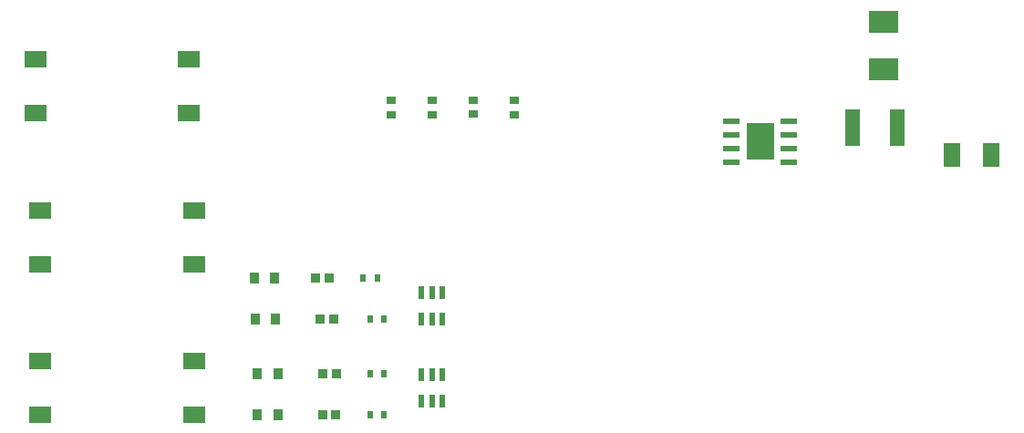
<source format=gtp>
G04*
G04 #@! TF.GenerationSoftware,Altium Limited,Altium Designer,25.2.1 (25)*
G04*
G04 Layer_Color=8421504*
%FSLAX44Y44*%
%MOMM*%
G71*
G04*
G04 #@! TF.SameCoordinates,3C1D010B-D615-4C1A-A092-7D16AA53BB1E*
G04*
G04*
G04 #@! TF.FilePolarity,Positive*
G04*
G01*
G75*
%ADD15R,2.0000X1.5000*%
%ADD16R,0.6000X1.2500*%
%ADD17R,0.9000X1.1000*%
%ADD18R,0.8549X0.9062*%
%ADD19R,0.6000X0.8000*%
%ADD20R,2.6200X3.5100*%
%ADD21R,1.6000X0.6100*%
%ADD22R,0.8500X0.7500*%
%ADD23R,1.5200X2.1800*%
%ADD24R,1.3200X3.4300*%
%ADD25R,2.7430X2.1590*%
D15*
X-101600Y469900D02*
D03*
X41400D02*
D03*
X-101600Y419900D02*
D03*
X41400D02*
D03*
X-96900Y190100D02*
D03*
X46100D02*
D03*
X-96900Y140100D02*
D03*
X46100D02*
D03*
X-96900Y329800D02*
D03*
X46100D02*
D03*
X-96900Y279800D02*
D03*
X46100D02*
D03*
D16*
X257200Y152600D02*
D03*
X266700D02*
D03*
X276200D02*
D03*
Y177600D02*
D03*
X266700D02*
D03*
X257200D02*
D03*
Y228800D02*
D03*
X266700D02*
D03*
X276200D02*
D03*
Y253800D02*
D03*
X266700D02*
D03*
X257200D02*
D03*
D17*
X121500Y228600D02*
D03*
X102500D02*
D03*
X123800Y139700D02*
D03*
X104800D02*
D03*
X120600Y266700D02*
D03*
X101600D02*
D03*
X123800Y177800D02*
D03*
X104800D02*
D03*
D18*
X162800Y228600D02*
D03*
X175313D02*
D03*
X158843Y266700D02*
D03*
X171357D02*
D03*
X165100Y139700D02*
D03*
X177613D02*
D03*
X165287Y177800D02*
D03*
X177800D02*
D03*
D19*
X209400Y228600D02*
D03*
X222400D02*
D03*
X215900Y266700D02*
D03*
X202900D02*
D03*
X209400Y139700D02*
D03*
X222400D02*
D03*
X222400Y177800D02*
D03*
X209400D02*
D03*
D20*
X571500Y393700D02*
D03*
D21*
X598500Y412750D02*
D03*
Y400050D02*
D03*
Y387350D02*
D03*
Y374650D02*
D03*
X544500D02*
D03*
Y387350D02*
D03*
Y400050D02*
D03*
Y412750D02*
D03*
D22*
X228600Y418800D02*
D03*
Y431800D02*
D03*
X266700Y418800D02*
D03*
Y431800D02*
D03*
X342900Y418800D02*
D03*
Y431800D02*
D03*
X304800Y419100D02*
D03*
Y432100D02*
D03*
D23*
X749300Y381000D02*
D03*
X786090D02*
D03*
D24*
X698500Y406400D02*
D03*
X657300D02*
D03*
D25*
X685800Y504700D02*
D03*
Y460500D02*
D03*
M02*

</source>
